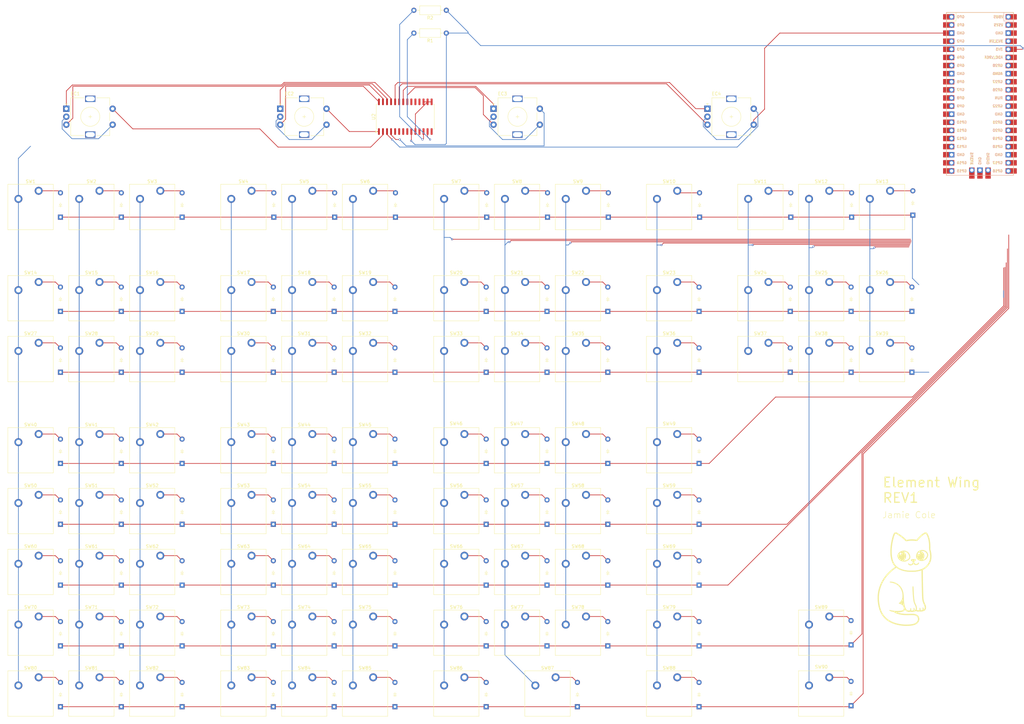
<source format=kicad_pcb>
(kicad_pcb (version 20240108) (generator "pcbnew") (generator_version "8.0")
  (layers (0 "F.Cu" signal) (31 "B.Cu" signal) (34 "B.Paste" user) (35 "F.Paste" user) (36 "B.SilkS" user "B.Silkscreen") (37 "F.SilkS" user "F.Silkscreen") (38 "B.Mask" user) (39 "F.Mask" user) (44 "Edge.Cuts" user))
  (net 0 "")
  (net 1 "Row 0")
  (net 2 "Net-(D1-A)")
  (net 3 "Net-(D2-A)")
  (net 4 "Net-(D3-A)")
  (net 5 "Net-(D4-A)")
  (net 6 "Row 1")
  (net 7 "Net-(D5-A)")
  (net 8 "Net-(D6-A)")
  (net 9 "Row 2")
  (net 10 "Net-(D7-A)")
  (net 11 "Net-(D8-A)")
  (net 12 "Net-(D9-A)")
  (net 13 "Column 0")
  (net 14 "Column 1")
  (net 15 "Column 2")
  (net 16 "Net-(D37-A)")
  (net 17 "Column 7")
  (net 18 "Net-(D16-A)")
  (net 19 "Column 3")
  (net 20 "Net-(D38-A)")
  (net 21 "Net-(D26-A)")
  (net 22 "Column 5")
  (net 23 "Column 6")
  (net 24 "Net-(D31-A)")
  (net 25 "Net-(D56-A)")
  (net 26 "Column 8")
  (net 27 "Net-(D71-A)")
  (net 28 "Net-(D63-A)")
  (net 29 "Net-(D35-A)")
  (net 30 "Net-(D81-A)")
  (net 31 "Column 11")
  (net 32 "Column 4")
  (net 33 "Net-(D61-A)")
  (net 34 "Column 9")
  (net 35 "Net-(D51-A)")
  (net 36 "Net-(D20-A)")
  (net 37 "Net-(D60-A)")
  (net 38 "Row 3")
  (net 39 "Row 4")
  (net 40 "Row 5")
  (net 41 "Row 6")
  (net 42 "Net-(D10-A)")
  (net 43 "Net-(D11-A)")
  (net 44 "Net-(D13-A)")
  (net 45 "Row 7")
  (net 46 "Net-(D14-A)")
  (net 47 "Net-(D15-A)")
  (net 48 "Net-(D17-A)")
  (net 49 "Net-(D18-A)")
  (net 50 "Net-(D19-A)")
  (net 51 "Net-(D21-A)")
  (net 52 "Net-(D22-A)")
  (net 53 "Net-(D23-A)")
  (net 54 "Net-(D24-A)")
  (net 55 "Net-(D25-A)")
  (net 56 "Net-(D27-A)")
  (net 57 "Net-(D28-A)")
  (net 58 "Net-(D29-A)")
  (net 59 "Net-(D30-A)")
  (net 60 "Net-(D32-A)")
  (net 61 "Net-(D33-A)")
  (net 62 "Net-(D34-A)")
  (net 63 "Net-(D36-A)")
  (net 64 "Net-(D39-A)")
  (net 65 "Net-(D40-A)")
  (net 66 "Net-(D41-A)")
  (net 67 "Net-(D42-A)")
  (net 68 "Net-(D43-A)")
  (net 69 "Net-(D44-A)")
  (net 70 "Net-(D45-A)")
  (net 71 "Net-(D46-A)")
  (net 72 "Net-(D47-A)")
  (net 73 "Net-(D48-A)")
  (net 74 "Net-(D49-A)")
  (net 75 "Net-(D50-A)")
  (net 76 "Net-(D52-A)")
  (net 77 "Net-(D53-A)")
  (net 78 "Net-(D54-A)")
  (net 79 "Net-(D55-A)")
  (net 80 "Net-(D57-A)")
  (net 81 "Net-(D58-A)")
  (net 82 "Net-(D59-A)")
  (net 83 "Net-(D62-A)")
  (net 84 "Net-(D64-A)")
  (net 85 "Net-(D65-A)")
  (net 86 "Net-(D66-A)")
  (net 87 "Net-(D67-A)")
  (net 88 "Net-(D68-A)")
  (net 89 "Net-(D69-A)")
  (net 90 "Net-(D70-A)")
  (net 91 "Net-(D73-A)")
  (net 92 "Net-(D74-A)")
  (net 93 "Net-(D75-A)")
  (net 94 "Net-(D76-A)")
  (net 95 "Net-(D77-A)")
  (net 96 "Net-(D78-A)")
  (net 97 "Net-(D79-A)")
  (net 98 "Net-(D80-A)")
  (net 99 "Net-(D82-A)")
  (net 100 "Net-(D83-A)")
  (net 101 "Net-(D84-A)")
  (net 102 "Net-(D85-A)")
  (net 103 "Net-(D86-A)")
  (net 104 "Net-(D87-A)")
  (net 105 "Net-(D88-A)")
  (net 106 "Column 10")
  (net 107 "Column 12")
  (net 108 "GND")
  (net 109 "3V3")
  (net 110 "Net-(D12-A)")
  (net 111 "Net-(D72-A)")
  (net 112 "Net-(D89-A)")
  (net 113 "Net-(D90-A)")
  (net 115 "MCPB0")
  (net 116 "MCPA0")
  (net 127 "MCPA1")
  (net 128 "MCPB1")
  (net 129 "MCPA2")
  (net 130 "MCPA3")
  (net 131 "MCPB2")
  (net 132 "MCPA4")
  (net 133 "MCPA5")
  (net 134 "MCPA6")
  (net 135 "MCPB3")
  (net 136 "MCPA7")
  (net 137 "SDA")
  (net 138 "SCL")
  (net 139 "MCP_RST")
  (net 142 "MCPB6")
  (net 144 "MCPB5")
  (net 146 "MCPB4")
  (net 147 "MCPB7")
  (footprint "ScottoKeebs_MX:MX_PCB_1.00u" (layer "F.Cu") (at 124.725 228.6275)
    (property "Reference" "SW27")
    (property "Value" "Delete")
  )
  (footprint "ScottoKeebs_Components:Diode_DO-35" (layer "F.Cu") (at 134.09125 280.38 90)
    (property "Reference" "D50" (hide yes))
    (property "Value" "Diode" (hide yes))
  )
  (footprint "ScottoKeebs_MX:MX_PCB_1.00u" (layer "F.Cu") (at 162.825 257.2025)
    (property "Reference" "SW42")
    (property "Value" "Record")
  )
  (footprint "ScottoKeebs_MX:MX_PCB_1.00u" (layer "F.Cu") (at 391.425 228.6275)
    (property "Reference" "SW39")
    (property "Value" "PageRight")
  )
  (footprint "ScottoKeebs_Components:Diode_DO-35" (layer "F.Cu") (at 381.74125 213.705 90)
    (property "Reference" "D25" (hide yes))
    (property "Value" "Diode" (hide yes))
  )
  (footprint "ScottoKeebs_MX:MX_PCB_1.00u" (layer "F.Cu") (at 143.775 181.0025)
    (property "Reference" "SW2")
    (property "Value" "AddressPatch")
  )
  (footprint "ScottoKeebs_Components:Diode_DO-35" (layer "F.Cu") (at 267.44125 337.53 90)
    (property "Reference" "D86" (hide yes))
    (property "Value" "Diode" (hide yes))
  )
  (footprint "ScottoKeebs_MX:MX_PCB_1.00u" (layer "F.Cu") (at 372.375 314.3525)
    (property "Reference" "SW89")
    (property "Value" "StopBack")
  )
  (footprint "ScottoKeebs_Components:Diode_DO-35" (layer "F.Cu") (at 200.76625 299.43 90)
    (property "Reference" "D63" (hide yes))
    (property "Value" "Diode" (hide yes))
  )
  (footprint "ScottoKeebs_MX:MX_PCB_1.00u" (layer "F.Cu") (at 162.825 181.0025)
    (property "Reference" "SW3")
    (property "Value" "MLControls")
  )
  (footprint "ScottoKeebs_Components:Diode_DO-35" (layer "F.Cu") (at 239.025 184.1775 90)
    (property "Reference" "D6" (hide yes))
    (property "Value" "Diode" (hide yes))
  )
  (footprint "ScottoKeebs_Components:Diode_DO-35" (layer "F.Cu") (at 200.76625 280.38 90)
    (property "Reference" "D53" (hide yes))
    (property "Value" "Diode" (hide yes))
  )
  (footprint "ScottoKeebs_Components:Diode_DO-35" (layer "F.Cu") (at 334.275 184.1775 90)
    (property "Reference" "D10" (hide yes))
    (property "Value" "Diode" (hide yes))
  )
  (footprint "ScottoKeebs_Components:Diode_DO-35" (layer "F.Cu") (at 200.76625 261.33 90)
    (property "Reference" "D43" (hide yes))
    (property "Value" "Diode" (hide yes))
  )
  (footprint "ScottoKeebs_Components:Diode_DO-35" (layer "F.Cu") (at 238.86625 318.48 90)
    (property "Reference" "D75" (hide yes))
    (property "Value" "Diode" (hide yes))
  )
  (footprint "ScottoKeebs_Components:Diode_DO-35" (layer "F.Cu") (at 286.65 184.1775 90)
    (property "Reference" "D8" (hide yes))
    (property "Value" "Diode" (hide yes))
  )
  (footprint "ScottoKeebs_Components:Diode_DO-35" (layer "F.Cu") (at 305.7 184.1775 90)
    (property "Reference" "D9" (hide yes))
    (property "Value" "Diode" (hide yes))
  )
  (footprint "ScottoKeebs_MX:MX_PCB_1.00u" (layer "F.Cu") (at 229.5 228.6275)
    (property "Reference" "SW32")
    (property "Value" "Assert")
  )
  (footprint "Resistor_THT:R_Axial_DIN0207_L6.3mm_D2.5mm_P10.16mm_Horizontal" (layer "F.Cu") (at 254.9525 126.52375 180)
    (property "Reference" "R1")
    (property "Value" "2.2k")
  )
  (footprint "ScottoKeebs_MX:MX_PCB_1.00u" (layer "F.Cu") (at 296.175 314.3525)
    (property "Reference" "SW78")
    (property "Value" "QOnlyTrack")
  )
  (footprint "ScottoKeebs_Components:Diode_DO-35" (layer "F.Cu") (at 286.49125 232.755 90)
    (property "Reference" "D34" (hide yes))
    (property "Value" "Diode" (hide yes))
  )
  (footprint "ScottoKeebs_Components:Diode_DO-35" (layer "F.Cu") (at 362.69125 213.705 90)
    (property "Reference" "D24" (hide yes))
    (property "Value" "Diode" (hide yes))
  )
  (footprint "ScottoKeebs_MX:MX_PCB_1.00u" (layer "F.Cu") (at 324.75 333.4025)
    (property "Reference" "SW88")
    (property "Value" "Next")
  )
  (footprint "ScottoKeebs_Components:Diode_DO-35" (layer "F.Cu") (at 362.85 184.1775 90)
    (property "Reference" "D11" (hide yes))
    (property "Value" "Diode" (hide yes))
  )
  (footprint "ScottoKeebs_Components:Diode_DO-35" (layer "F.Cu") (at 267.44125 318.48 90)
    (property "Reference" "D76" (hide yes))
    (property "Value" "Diode" (hide yes))
  )
  (footprint "ScottoKeebs_Components:Diode_DO-35" (layer "F.Cu") (at 381.74125 232.755 90)
    (property "Reference" "D38" (hide yes))
    (property "Value" "Diode" (hide yes))
  )
  (footprint "ScottoKeebs_MX:MX_PCB_1.00u" (layer "F.Cu") (at 258.075 209.5775)
    (property "Reference" "SW20")
    (property "Value" "LabelNote")
  )
  (footprint "ScottoKeebs_MX:MX_PCB_1.00u" (layer "F.Cu") (at 143.775 333.4025)
    (property "Reference" "SW81")
    (property "Value" "Delay")
  )
  (footprint "ScottoKeebs_Components:Diode_DO-35" (layer "F.Cu") (at 219.81625 280.38 90)
    (property "Reference" "D54" (hide yes))
    (property "Value" "Diode" (hide yes))
  )
  (footprint "ScottoKeebs_Components:Diode_DO-35" (layer "F.Cu") (at 305.54125 232.755 90)
    (property "Reference" "D35" (hide yes))
    (property "Value" "Diode" (hide yes))
  )
  (footprint "ScottoKeebs_Components:Diode_DO-35" (layer "F.Cu") (at 305.54125 280.38 90)
    (property "Reference" "D58" (hide yes))
    (property "Value" "Diode" (hide yes))
  )
  (footprint "ScottoKeebs_Components:Diode_DO-35" (layer "F.Cu") (at 381.725 318.1625 90)
    (property "Reference" "D89" (hide yes))
    (property "Value" "Diode" (hide yes))
  )
  (footprint "ScottoKeebs_Components:Diode_DO-35" (layer "F.Cu") (at 334.11625 337.53 90)
    (property "Reference" "D88" (hide yes))
    (property "Value" "Diode" (hide yes))
  )
  (footprint "ScottoKeebs_Components:Diode_DO-35" (layer "F.Cu") (at 238.86625 299.43 90)
    (property "Reference" "D65" (hide yes))
    (property "Value" "Diode" (hide yes))
  )
  (footprint "ScottoKeebs_Components:Diode_DO-35" (layer "F.Cu") (at 238.86625 213.705 90)
    (property "Reference" "D19" (hide yes))
    (property "Value" "Diode" (hide yes))
  )
  (footprint "ScottoKeebs_MX:MX_PCB_1.00u" (layer "F.Cu") (at 143.775 257.2025)
    (property "Reference" "SW41")
    (property "Value" "Cue")
  )
  (footprint "ScottoKeebs_MX:MX_PCB_1.00u" (layer "F.Cu") (at 229.5 209.5775)
    (property "Reference" "SW19")
    (property "Value" "RecallFrom")
  )
  (footprint "ScottoKeebs_MX:MX_PCB_1.00u" (layer "F.Cu") (at 324.75 276.2525)
    (property "Reference" "SW59")
    (property "Value" "SelectManual")
  )
  (footprint "ScottoKeebs_Components:Diode_DO-35" (layer "F.Cu") (at 153.14125 318.48 90)
    (property "Reference" "D71" (hide yes))
    (property "Value" "Diode" (hide yes))
  )
  (footprint "ScottoKeebs_Components:Diode_DO-35" (layer "F.Cu") (at 219.81625 299.43 90)
    (property "Reference" "D64" (hide yes))
    (property "Value" "Diode" (hide yes))
  )
  (footprint "ScottoKeebs_MX:MX_PCB_1.00u" (layer "F.Cu") (at 296.175 228.6275)
    (property "Reference" "SW35")
    (property "Value" "Fan")
  )
  (footprint "ScottoKeebs_MX:MX_PCB_1.00u" (layer "F.Cu") (at 124.725 295.3025)
    (property "Reference" "SW60")
    (property "Value" "ColorPalette")
  )
  (footprint "ScottoKeebs_MX:MX_PCB_1.00u" (layer "F.Cu") (at 296.175 181.0025)
    (property "Reference" "SW9")
    (property "Value" "S6")
  )
  (footprint "ScottoKeebs_MX:MX_PCB_1.00u" (layer "F.Cu") (at 210.45 314.3525)
    (property "Reference" "SW74")
    (property "Value" "num2")
  )
  (footprint "ScottoKeebs_Components:Diode_DO-35" (layer "F.Cu") (at 362.69125 232.755 90)
    (property "Reference" "D37" (hide yes))
    (property "Value" "Diode" (hide yes))
  )
  (footprint "ScottoKeebs_Components:Diode_DO-35" (layer "F.Cu") (at 267.44125 232.755 90)
    (property "Reference" "D33" (hide yes))
    (property "Value" "Diode" (hide yes))
  )
  (footprint "ScottoKeebs_Components:Diode_DO-35" (layer "F.Cu") (at 381.9 184.1775 90)
    (property "Reference" "D12" (hide yes))
    (property "Value" "Diode" (hide yes))
  )
  (footprint "ScottoKeebs_MX:MX_PCB_1.00u" (layer "F.Cu") (at 191.4 181.0025)
    (property "Reference" "SW4")
    (property "Value" "S1")
  )
  (footprint "ScottoKeebs_Components:Diode_DO-35" (layer "F.Cu") (at 305.54125 213.705 90)
    (property "Reference" "D22" (hide yes))
    (property "Value" "Diode" (hide yes))
  )
  (footprint "ScottoKeebs_Components:Diode_DO-35" (layer "F.Cu") (at 153.14125 280.38 90)
    (property "Reference" "D51" (hide yes))
    (property "Value" "Diode" (hide yes))
  )
  (footprint "ScottoKeebs_Components:Diode_DO-35" (layer "F.Cu") (at 267.44125 213.705 90)
    (property "Reference" "D20" (hide yes))
    (property "Value" "Diode" (hide yes))
  )
  (footprint "ScottoKeebs_MX:MX_PCB_1.00u" (layer "F.Cu") (at 191.4 257.2025)
    (property "Reference" "SW43")
    (property "Value" "+")
  )
  (footprint "ScottoKeebs_Components:Diode_DO-35" (layer "F.Cu") (at 153.14125 299.43 90)
    (property "Reference" "D61" (hide yes))
    (property "Value" "Diode" (hide yes))
  )
  (footprint "ScottoKeebs_Components:Diode_DO-35" (layer "F.Cu") (at 153.14125 232.755 90)
    (property "Reference" "D28" (hide yes))
    (property "Value" "Diode" (hide yes))
  )
  (footprint "ScottoKeebs_Components:Diode_DO-35" (layer "F.Cu") (at 200.76625 337.53 90)
    (property "Reference" "D83" (hide yes))
    (property "Value" "Diode" (hide yes))
  )
  (footprint "ScottoKeebs_Components:Diode_DO-35" (layer "F.Cu") (at 172.19125 299.43 90)
    (property "Reference" "D62" (hide yes))
    (property "Value" "Diode" (hide yes))
  )
  (footprint "ScottoKeebs_Components:Diode_DO-35" (layer "F.Cu") (at 286.49125 280.38 90)
    (property "Reference" "D57" (hide yes))
    (property "Value" "Diode" (hide yes))
  )
  (footprint "ScottoKeebs_Components:Diode_DO-35" (layer "F.Cu") (at 400.79125 213.705 90)
    (property "Reference" "D26" (hide yes))
    (property "Value" "Diode" (hide yes))
  )
  (footprint "ScottoKeebs_Components:Diode_DO-35" (layer "F.Cu") (at 267.44125 299.43 90)
    (property "Reference" "D66" (hide yes))
    (property "Value" "Diode" (hide yes))
  )
  (footprint "ScottoKeebs_MX:MX_PCB_1.00u" (layer "F.Cu") (at 143.775 295.3025)
    (property "Reference" "SW61")
    (property "Value" "BeamPalette")
  )
  (footprint "ScottoKeebs_Components:Diode_DO-35" (layer "F.Cu") (at 400.79125 232.755 90)
    (property "Reference" "D39" (hide yes))
    (property "Value" "Diode" (hide yes))
  )
  (footprint "ScottoKeebs_Components:Diode_DO-35" (layer "F.Cu") (at 267.44125 261.33 90)
    (property "Reference" "D46" (hide yes))
    (property "Value" "Diode" (hide yes))
  )
  (footprint "ScottoKeebs_Components:Diode_DO-35" (layer "F.Cu") (at 153.14125 184.1775 90)
    (property "Reference" "D2" (hide yes))
    (property "Value" "Diode" (hide yes))
  )
  (footprint "ScottoKeebs_Components:Diode_DO-35" (layer "F.Cu") (at 134.09125 318.48 90)
    (property "Reference" "D70" (hide yes))
    (property "Value" "Diode" (hide yes))
  )
  (footprint "ScottoKeebs_MX:MX_PCB_1.00u" (layer "F.Cu") (at 324.75 257.2025)
    (property "Reference" "SW49")
    (property "Value" "SelectLast")
  )
  (footprint "ScottoKeebs_MX:MX_PCB_1.00u" (layer "F.Cu") (at 191.4 228.6275)
    (property "Reference" "SW30")
    (property "Value" "GoToCue")
  )
  (footprint "ScottoKeebs_Components:Diode_DO-35" (layer "F.Cu") (at 134.09125 213.705 90)
    (property "Reference" "D14" (hide yes))
    (property "Value" "Diode" (hide yes))
  )
  (footprint "ScottoKeebs_MX:MX_PCB_1.00u" (layer "F.Cu") (at 191.4 314.3525)
    (property "Reference" "SW73")
    (property "Value" "num1")
  )
  (footprint "ScottoKeebs_MX:MX_PCB_1.00u" (layer "F.Cu") (at 229.5 257.2025)
    (property "Reference" "SW45")
    (property "Value" "-" (hide yes))
  )
  (footprint "ScottoKeebs_MX:MX_PCB_1.00u" (layer "F.Cu") (at 210.45 181.0025)
    (property "Reference" "SW5")
    (property "Value" "S2")
  )
  (footprint "ScottoKeebs_MX:MX_PCB_1.00u" (layer "F.Cu") (at 124.725 314.3525)
    (property "Reference" "SW70")
    (property "Value" "Preset")
  )
  (footprint "ScottoKeebs_MCU:Raspberry_Pi_Pico" (layer "F.Cu") (at 422.10125 145.57375)
    (property "Reference" "U1" (hide yes))
    (property "Value" "Raspberry_Pi_Pico" (hide yes))
  )
  (footprint "ScottoKeebs_MX:MX_PCB_1.00u" (layer "F.Cu") (at 391.425 181.0025)
    (property "Reference" "SW13")
    (property "Value" "ScrollLock")
  )
  (footprint "ScottoKeebs_Components:Diode_DO-35" (layer "F.Cu") (at 219.81625 318.48 90)
    (property "Reference" "D74" (hide yes))
    (property "Value" "Diode" (hide yes))
  )
  (footprint "ScottoKeebs_Components:Diode_DO-35" (layer "F.Cu") (at 172.19125 261.33 90)
    (property "Reference" "D42" (hide yes))
    (property "Value" "Diode" (hide yes))
  )
  (footprint "ScottoKeebs_MX:MX_PCB_1.00u" (layer "F.Cu") (at 277.125 314.3525)
    (property "Reference" "SW77")
    (property "Value" "Level")
  )
  (footprint "ScottoKeebs_Components:Diode_DO-35" (layer "F.Cu") (at 286.49125 213.705 90)
    (property "Reference" "D21" (hide yes))
    (property "Value" "Diode" (hide yes))
  )
  (footprint "ScottoKeebs_Components:Diode_DO-35" (layer "F.Cu") (at 381.725 337.2125 90)
    (property "Reference" "D90" (hide yes))
    (property "Value" "Diode" (hide yes))
  )
  (footprint "ScottoKeebs_MX:MX_PCB_1.00u" (layer "F.Cu") (at 286.65 333.4025)
    (property "Reference" "SW87")
    (property "Value" "Enter")
  )
  (footprint "Rotary_Encoder:RotaryEncoder_Alps_EC11E-Switch_Vertical_H20mm" (layer "F.Cu") (at 269.74125 150.2175)
    (property "Reference" "EC3")
    (property "Value" "RotaryEncoder_Switch")
  )
  (footprint "ScottoKeebs_Components:Diode_DO-35" (layer "F.Cu") (at 153.14125 261.33 90)
    (property "Reference" "D41" (hide yes))
    (property "Value" "Diode" (hide yes))
  )
  (footprint "Resistor_THT:R_Axial_DIN0207_L6.3mm_D2.5mm_P10.16mm_Horizontal" (layer "F.Cu") (at 254.9525 119.38 180)
    (property "Reference" "R2")
    (property "Value" "2.2k")
  )
  (footprint "ScottoKeebs_MX:MX_PCB_1.00u" (layer "F.Cu") (at 258.075 295.3025)
    (property "Reference" "SW66")
    (property "Value" "Out")
  )
  (footprint "ScottoKeebs_Components:Diode_DO-35" (layer "F.Cu") (at 334.11625 280.38 90)
    (property "Reference" "D59" (hide yes))
    (property "Value" "Diode" (hide yes))
  )
  (footprint "Rotary_Encoder:RotaryEncoder_Alps_EC11E-Switch_Vertical_H20mm" (layer "F.Cu") (at 135.925 150.2175)
    (property "Reference" "EC1")
    (property "Value" "RotaryEncoder_Switch")
  )
  (footprint "ScottoKeebs_Components:Diode_DO-35" (layer "F.Cu") (at 286.49125 318.48 90)
    (property "Reference" "D77" (hide yes))
    (property "Value" "Diode" (hide yes))
  )
  (footprint "ScottoKeebs_Components:Diode_DO-35" (layer "F.Cu") (at 134.09125 261.33 90)
    (property "Reference" "D40" (hide yes))
    (property "Value" "Diode" (hide yes))
  )
  (footprint "ScottoKeebs_MX:MX_PCB_1.00u" (layer "F.Cu") (at 372.375 209.5775)
    (property "Reference" "SW25")
    (property "Value" "PageUp")
  )
  (footprint "ScottoKeebs_MX:MX_PCB_1.00u" (layer "F.Cu") (at 229.5 181.0025)
    (property "Reference" "SW6")
    (property "Value" "S3")
  )
  (footprint "ScottoKeebs_MX:MX_PCB_1.00u" (layer "F.Cu") (at 191.4 333.4025)
    (property "Reference" "SW83")
    (property "Value" "clear")
  )
  (footprint "LOGO" (layer "F.Cu") (at 398.56875 297.68375)
    (property "Reference" "G***" (hide yes))
    (property "Value" "LOGO" (hide yes))
  )
  (footprint "ScottoKeebs_MX:MX_PCB_1.00u" (layer "F.Cu") (at 258.075 228.6275)
    (property "Reference" "SW33")
    (property "Value" "Undo")
  )
  (footprint "ScottoKeebs_Components:Diode_DO-35" (layer "F.Cu") (at 305.54125 299.43 90)
    (property "Reference" "D68" (hide yes))
    (property "Value" "Diode" (hide yes))
  )
  (footprint "ScottoKeebs_MX:MX_PCB_1.00u" (layer "F.Cu") (at 277.125 181.0025)
    (property "Reference" "SW8")
    (property "Value" "S5")
  )
  (footprint "ScottoKeebs_MX:MX_PCB_1.00u" (layer "F.Cu") (at 296.175 209.5775)
    (property "Reference" "SW22")
    (property "Value" "About")
  )
  (footprint "ScottoKeebs_MX:MX_PCB_1.00u" (layer "F.Cu") (at 277.125 209.5775)
    (property "Reference" "SW21")
    (property "Value" "EmptyMacro")
  )
  (footprint "ScottoKeebs_MX:MX_PCB_1.00u" (layer "F.Cu") (at 124.725 209.5775)
    (property "Reference" "SW14")
    (property "Value" "Macro")
  )
  (footprint "ScottoKeebs_MX:MX_PCB_1.00u" (layer "F.Cu") (at 162.825 228.6275)
    (property "Reference" "SW29")
    (property "Value" "Effect")
  )
  (footprint "ScottoKeebs_MX:MX_PCB_1.00u" (layer "F.Cu") (at 372.375 228.6275)
    (property "Reference" "SW38")
    (property "Value" "PageDown")
  )
  (footprint "ScottoKeebs_Components:Diode_DO-35" (layer "F.Cu") (at 296.01625 337.53 90)
    (property "Reference" "D87" (hide yes))
    (property "Value" "Diode" (hide yes))
  )
  (footprint "ScottoKeebs_MX:MX_PCB_1.00u" (layer "F.Cu") (at 324.75 314.3525)
    (property "Reference" "SW79")
    (property "Value" "Last")
  )
  (footprint "ScottoKeebs_MX:MX_PCB_1.00u" (layer "F.Cu") (at 324.75 209.5775)
    (property "Reference" "SW23")
    (property "Value" "Park")
  )
  (footprint "ScottoKeebs_Components:Diode_DO-35" (layer "F.Cu") (at 305.54125 261.33 90)
    (property "Reference" "D48" (hide yes))
    (property "Value" "Diode" (hide yes))
  )
  (footprint "ScottoKeebs_Components:Diode_DO-35" (layer "F.Cu") (at 238.86625 337.53 90)
    (property "Reference" "D85" (hide yes))
    (property "Value" "Diode" (hide yes))
  )
  (footprint "ScottoKeebs_Components:Diode_DO-35" (layer "F.Cu") (at 219.81625 261.33 90)
    (property "Reference" "D44" (hide yes))
    (property "Value" "Diode" (hide yes))
  )
  (footprint "ScottoKeebs_MX:MX_PCB_1.00u" (layer "F.Cu") (at 162.825 276.2525)
    (property "Reference" "SW52")
    (property "Value" "RecordOnly")
  )
  (footprint "ScottoKeebs_MX:MX_PCB_1.00u" (layer "F.Cu") (at 143.775 228.6275)
    (property "Reference" "SW28")
    (property "Value" "Path")
  )
  (footprint "ScottoKeebs_MX:MX_PCB_1.00u" (layer "F.Cu") (at 162.825 209.5775)
    (property "Reference" "SW16")
    (property "Value" "Learn")
  )
  (footprint "ScottoKeebs_Components:Diode_DO-35" (layer "F.Cu") (at 172.19125 232.755 90)
    (property "Reference" "D29" (hide yes))
    (property "Value" "Diode" (hide yes))
  )
  (footprint "ScottoKeebs_Components:Diode_DO-35" (layer "F.Cu") (at 334.11625 232.755 90)
    (property "Reference" "D36" (hide yes))
    (property "Value" "Diode" (hide yes))
  )
  (footprint "ScottoKeebs_MX:MX_PCB_1.00u" (layer "F.Cu") (at 324.75 228.6275)
    (property "Reference" "SW36")
    (property "Value" "Capture")
  )
  (footprint "ScottoKeebs_Components:Diode_DO-35" (layer "F.Cu") (at 219.81625 213.705 90)
    (property "Reference" "D18" (hide yes))
    (property "Value" "Diode" (hide yes))
  )
  (footprint "ScottoKeebs_MX:MX_PCB_1.00u" (layer "F.Cu") (at 143.775 276.2525)
    (property "Reference" "SW51")
    (property "Value" "FocusPalette")
  )
  (footprint "ScottoKeebs_MX:MX_PCB_1.00u" (layer "F.Cu") (at 210.45 228.6275)
    (property "Reference" "SW31")
    (property "Value" "Block")
  )
  (footprint "ScottoKeebs_MX:MX_PCB_1.00u" (layer "F.Cu") (at 124.725 181.0025)
    (property "Reference" "SW1")
    (property "Value" "Displays")
  )
  (footprint "ScottoKeebs_MX:MX_PCB_1.00u" (layer "F.Cu") (at 124.725 257.2025)
    (property "Reference" "SW40")
    (property "Value" "Part")
  )
  (footprint "ScottoKeebs_Components:Diode_DO-35" (layer "F.Cu") (at 134.09125 337.53 90)
    (property "Reference" "D80" (hide yes))
    (property "Value" "Diode" (hide yes))
  )
  (footprint "ScottoKeebs_Components:Diode_DO-35" (layer "F.Cu") (at 219.81625 337.53 90)
    (property "Reference" "D84" (hide yes))
    (property "Value" "Diode" (hide yes))
  )
  (footprint "ScottoKeebs_MX:MX_PCB_1.00u" (layer "F.Cu") (at 391.425 209.5775)
    (property "Reference" "SW26")
    (property "Value" "Select")
  )
  (footprint "ScottoKeebs_MX:MX_PCB_1.00u" (layer "F.Cu") (at 258.075 314.3525)
    (property "Reference" "SW76")
    (property "Value" "Full")
  )
  (footprint "ScottoKeebs_MX:MX_PCB_1.00u" (layer "F.Cu") (at 229.5 314.3525)
    (property "Reference" "SW75")
    (property "Value" "num3")
  )
  (footprint "ScottoKeebs_MX:MX_PCB_1.00u" (layer "F.Cu") (at 210.45 257.2025)
    (property "Reference" "SW44")
    (property "Value" "Thru")
  )
  (footprint "ScottoKeebs_MX:MX_PCB_1.00u" (layer "F.Cu") (at 210.45 209.5775)
    (property "Reference" "SW18")
    (property "Value" "CopyTo")
  )
  (footprint "Rotary_Encoder:RotaryEncoder_Alps_EC11E-Switch_Vertical_H20mm" (layer "F.Cu") (at 202.925 150.2175)
    (property "Reference" "EC2")
    (property "Value" "RotaryEncoder_Switch")
  )
  (footprint "ScottoKeebs_Components:Diode_DO-35" (layer "F.Cu") (at 334.11625 299.43 90)
    (property "Reference" "D69" (hide yes))
    (property "Value" "Diode" (hide yes))
  )
  (footprint "ScottoKeebs_MX:MX_PCB_1.00u" (layer "F.Cu") (at 162.825 314.3525)
    (property "Reference" "SW72")
    (property "Value" "Group")
  )
  (footprint "ScottoKeebs_Components:Diode_DO-35" (layer "F.Cu") (at 286.49125 299.43 90)
    (property "Reference" "D67" (hide yes))
    (property "Value" "Diode" (hide yes))
  )
  (footprint "ScottoKeebs_MX:MX_PCB_1.00u" (layer "F.Cu") (at 372.375 333.4025)
    (property "Reference" "SW90")
    (property "Value" "Go")
  )
  (footprint "ScottoKeebs_Components:Diode_DO-35" (layer "F.Cu") (at 172.19125 337.53 90)
    (property "Reference" "D82" (hide yes))
    (property "Value" "Diode" (hide yes))
  )
  (footprint "Package_SO:SOIC-28W_7.5x17.9mm_P1.27mm" (layer "F.Cu") (at 242.09375 152.7175 90)
    (property "Reference" "U2")
    (property "Value" "MCP23017_SO")
  )
  (footprint "ScottoKeebs_Components:Diode_DO-35" (layer "F.Cu") (at 219.975 184.1775 90)
    (property "Reference" "D5" (hide yes))
    (property "Value" "Diode" (hide yes))
  )
  (footprint "ScottoKeebs_Components:Diode_DO-35" (layer "F.Cu") (at 238.86625 261.33 90)
    (property "Reference" "D45" (hide yes))
    (property "Value" "Diode" (hide yes))
  )
  (footprint "ScottoKeebs_MX:MX_PCB_1.00u" (layer "F.Cu") (at 296.175 276.2525)
    (property "Reference" "SW58")
    (property "Value" "Home")
  )
  (footprint "ScottoKeebs_MX:MX_PCB_1.00u" (layer "F.Cu") (at 258.075 257.2025)
    (property "Reference" "SW46")
    (property "Value" "/" (hide yes))
  )
  (footprint "ScottoKeebs_MX:MX_PCB_1.00u" (layer "F.Cu") (at 124.725 276.2525)
    (property "Reference" "SW50")
    (property "Value" "IntensityPalette")
  )
  (footprint "ScottoKeebs_MX:MX_PCB_1.00u" (layer "F.Cu") (at 258.075 181.0025)
    (property "Reference" "SW7")
    (property "Value" "S4")
  )
  (footprint "ScottoKeebs_Components:Diode_DO-35" (layer "F.Cu") (at 267.6 184.1775 90)
    (property "Reference" "D7" (hide yes))
    (property "Value" "Diode" (hide yes))
  )
  (footprint "ScottoKeebs_MX:MX_PCB_1.00u" (layer "F.Cu") (at 229.5 276.2525)
    (property "Reference" "SW55")
    (property "Value" "num9")
  )
  (footprint "ScottoKeebs_MX:MX_PCB_1.00u" (layer "F.Cu") (at 229.5 333.4025)
    (property "Reference" "SW85")
    (property "Value" "num.")
  )
  (footprint "ScottoKeebs_Components:Diode_DO-35" (layer "F.Cu") (at 305.54125 318.48 90)
    (property "Reference" "D78" (hide yes))
    (property "Value" "Diode" (hide yes))
  )
  (footprint "ScottoKeebs_MX:MX_PCB_1.00u" (layer "F.Cu") (at 353.325 228.6275)
    (property "Reference" "SW37")
    (property "Value" "PageLeft")
  )
  (footprint "ScottoKeebs_Components:Diode_DO-35" (layer "F.Cu") (at 200.925 184.1775 90)
    (property "Reference" "D4" (hide yes))
    (property "Value" "Diode" (hide yes))
  )
  (footprint "ScottoKeebs_Components:Diode_DO-35" (layer "F.Cu") (at 267.44125 280.38 90)
    (property "Reference" "D56" (hide yes))
    (property "Value" "Diode" (hide yes))
  )
  (footprint "ScottoKeebs_Components:Diode_DO-35" (layer "F.Cu") (at 238.86625 280.38 90)
    (property "Reference" "D55" (hide yes))
    (property "Value" "Diode" (hide yes))
  )
  (footprint "ScottoKeebs_Components:Diode_DO-35" (layer "F.Cu") (at 172.19125 213.705 90)
    (property "Reference" "D16" (hide yes))
    (property "Value" "Diode" (hide yes))
  )
  (footprint "ScottoKeebs_Components:Diode_DO-35" (layer "F.Cu") (at 219.81625 232.755 90)
    (property "Reference" "D31" (hide yes))
    (property "Value" "Diode" (hide yes))
  )
  (footprint "Rotary_Encoder:RotaryEncoder_Alps_EC11E-Switch_Vertical_H20mm" (layer "F.Cu") (at 336.74125 150.2175)
    (property "Reference" "EC4")
    (property "Value" "RotaryEncoder_Switch")
  )
  (footprint "ScottoKeebs_MX:MX_PCB_1.00u" (layer "F.Cu") (at 191.4 295.3025)
    (property "Reference" "SW63")
    (property "Value" "num4")
  )
  (footprint "ScottoKeebs_Components:Diode_DO-35" (layer "F.Cu") (at 334.11625 213.705 90)
    (property "Reference" "D23" (hide yes))
    (property "Value" "Diode" (hide yes))
  )
  (footprint "ScottoKeebs_MX:MX_PCB_1.00u" (layer "F.Cu") (at 296.175 295.3025)
    (property "Reference" "SW68")
    (property "Value" "Trace")
  )
  (footprint "ScottoKeebs_MX:MX_PCB_1.00u" (layer "F.Cu") (at 258.075 276.2525)
    (property "Reference" "SW56")
    (property "Value" "RemDim")
  )
  (footprint "ScottoKeebs_MX:MX_PCB_1.00u" (layer "F.Cu") (at 162.825 295.3025)
    (property "Reference" "SW62")
    (property "Value" "Update")
  )
  (footprint "ScottoKeebs_MX:MX_PCB_1.00u" (layer "F.Cu") (at 353.325 209.5775)
    (property "Reference" "SW24")
    (property "Value" "Escape")
  )
  (footprint "ScottoKeebs_MX:MX_PCB_1.00u" (layer "F.Cu") (at 162.825 333.4025)
    (property "Reference" "SW82")
    (property "Value" "Time")
  )
  (footprint "ScottoKeebs_MX:MX_PCB_1.00u" (layer "F.Cu") (at 277.125 257.2025)
    (property "Reference" "SW47")
    (property "Value" "Mark")
  )
  (footprint "ScottoKeebs_Components:Diode_DO-35" (layer "F.Cu") (at 153.14125 213.705 90)
    (property "Reference" "D15" (hide yes))
    (property "Value" "Diode" (hide yes))
  )
  (footprint "ScottoKeebs_Components:Diode_DO-35" (layer "F.Cu") (at 200.76625 232.755 90)
    (property "Reference" "D30" (hide yes))
    (property "Value" "Diode" (hide yes))
  )
  (footprint "ScottoKeebs_MX:MX_PCB_1.00u" (layer "F.Cu") (at 324.75 181.0025)
    (property "Reference" "SW10")
    (property "Value" "MoreSK")
  )
  (footprint "ScottoKeebs_Components:Diode_DO-35" (layer "F.Cu") (at 200.76625 318.48 90)
    (property "Reference" "D73" (hide yes))
    (property "Value" "Diode" (hide yes))
  )
  (footprint "ScottoKeebs_Components:Diode_DO-35" (layer "F.Cu") (at 334.11625 318.48 90)
    (property "Reference" "D79" (hide yes))
    (property "Value" "Diode" (hide yes))
  )
  (footprint "ScottoKeebs_MX:MX_PCB_1.00u" (layer "F.Cu") (at 143.775 209.5775)
    (property "Reference" "SW15")
    (property "Value" "Help")
  )
  (footprint "ScottoKeebs_Components:Diode_DO-35" (layer "F.Cu") (at 172.19125 318.48 90)
    (property "Reference" "D72" (hide yes))
    (property "Value" "Diode" (hide yes))
  )
  (footprint "ScottoKeebs_MX:MX_PCB_1.00u" (layer "F.Cu") (at 277.125 295.3025)
    (property "Reference" "SW67")
    (property "Value" "-%")
  )
  (footprint "ScottoKeebs_MX:MX_PCB_1.00u" (layer "F.Cu") (at 258.075 333.4025)
    (property "Reference" "SW86")
    (property "Value" "At")
  )
  (footprint "ScottoKeebs_Components:Diode_DO-35" (layer "F.Cu") (at 401.075644 183.552547 90)
    (property "Reference" "D13" (hide yes))
    (property "Value" "Diode" (hide yes))
  )
  (footprint "ScottoKeebs_MX:MX_PCB_1.00u" (layer "F.Cu") (at 296.175 257.2025)
    (property "Reference" "SW48")
    (property "Value" "Sneak")
  )
  (footprint "ScottoKeebs_MX:MX_PCB_1.00u" (layer "F.Cu") (at 353.325 181.0025)
    (property "Reference" "SW11")
    (property "Value" "Live")
  )
  (footprint "ScottoKeebs_MX:MX_PCB_1.00u" (layer "F.Cu") (at 324.75 295.3025)
    (property "Reference" "SW69")
    (property "Value" "SelectActive")
  )
  (footprint "ScottoKeebs_MX:MX_PCB_1.00u" (layer "F.Cu") (at 191.4 209.5775)
    (property "Reference" "SW17")
    (property "Value" "Query")
  )
  (footprint "ScottoKeebs_MX:MX_PCB_1.00u" (layer "F.Cu") (at 277.125 276.2525)
    (property "Reference" "SW57")
    (property "Value" "+%")
  )
  (footprint "ScottoKeebs_Components:Diode_DO-35" (layer "F.Cu") (at 134.09125 299.43 90)
    (property "Reference" "D60" (hide yes))
    (property "Value" "Diode" (hide yes))
  )
  (footprint "ScottoKeebs_MX:MX_PCB_1.00u" (layer "F.Cu") (at 143.775 314.3525)
    (property "Reference" "SW71")
    (property "Value" "Sub")
  )
  (footprint "ScottoKeebs_Components:Diode_DO-35" (layer "F.Cu") (at 134.09125 184.1775 90)
    (property "Reference" "D1" (hide yes))
    (property "Value" "Diode" (hide yes))
  )
  (footprint "ScottoKeebs_Components:Diode_DO-35" (layer "F.Cu") (at 134.09125 232.755 90)
    (property "Reference" "D27" (hide yes))
    (property "Value" "Diode" (hide yes))
  )
  (footprint "ScottoKeebs_MX:MX_PCB_1.00u" (layer "F.Cu") (at 210.45 333.4025)
    (property "Reference" "SW84")
    (property "Value" "num0")
  )
  (footprint "ScottoKeebs_Components:Diode_DO-35" (layer "F.Cu") (at 172.19125 280.38 90)
    (property "Reference" "D52" (hide yes))
    (property "Value" "Diode" (hide yes))
  )
  (footprint "ScottoKeebs_Components:Diode_DO-35" (layer "F.Cu") (at 238.86625 232.755 90)
    (property "Reference" "D32" (hide yes))
    (property "Value" "Diode" (hide yes))
  )
  (footprint "ScottoKeebs_MX:MX_PCB_1.00u" (layer "F.Cu") (at 372.375 181.0025)
    (property "Reference" "SW12")
    (property "Value" "Blind")
  )
  (footprint "ScottoKeebs_MX:MX_PCB_1.00u" (layer "F.Cu") (at 191.4 276.2525)
    (property "Reference" "SW53")
    (property "Value" "num7")
  )
  (footprint "ScottoKeebs_MX:MX_PCB_1.00u" (layer "F.Cu") (at 124.725 333.4025)
    (property "Reference" "SW80")
    (property "Value" "Shift")
  )
  (footprint "ScottoKeebs_MX:MX_PCB_1.00u" (layer "F.Cu") (at 229.5 295.3025)
    (property "Reference" "SW65")
    (property "Value" "num6")
  )
  (footprint "ScottoKeebs_MX:MX_PCB_1.00u" (layer "F.Cu") (at 210.45 276.2525)
    (property "Reference" "SW54")
    (property "Value" "num8")
  )
  (footprint "ScottoKeebs_Components:Diode_DO-35" (layer "F.Cu") (at 286.49125 261.33 90)
    (property "Reference" "D47" (hide yes))
    (property "Value" "Diode" (hide yes))
  )
  (footprint "ScottoKeebs_Components:Diode_DO-35" (layer "F.Cu") (at 200.76625 213.705 90)
    (property "Reference" "D17" (hide yes))
    (property "Value" "Diode" (hide yes))
  )
  (footprint "ScottoKeebs_Components:Diode_DO-35" (layer "F.Cu") (at 334.11625 261.33 90)
    (property "Reference" "D49" (hide yes))
    (property "Value" "Diode" (hide yes))
  )
  (footprint "ScottoKeebs_Components:Diode_DO-35" (layer "F.Cu") (at 153.14125 337.53 90)
    (property "Reference" "D81" (hide yes))
    (property "Value" "Diode" (hide yes))
  )
  (footprint "ScottoKeebs_MX:MX_PCB_1.00u" (layer "F.Cu") (at 210.45 295.3025)
    (property "Reference" "SW64")
    (property "Value" "num5")
  )
  (footprint "ScottoKeebs_Components:Diode_DO-35" (layer "F.Cu") (at 172.19125 184.1775 90)
    (property "Reference" "D3" (hide yes))
    (property "Value" "Diode" (hide yes))
  )
  (footprint "ScottoKeebs_MX:MX_PCB_1.00u" (layer "F.Cu") (at 277.125 228.6275)
    (property "Reference" "SW34")
    (property "Value" "High")
  )
  (gr_text "Element Wing\nREV1" (at 391.425 273.87125 0) (layer "F.SilkS") (effects (font (size 3 3) (thickness 0.4) (bold yes)) (justify left bottom)))
  (gr_text "Jamie Cole" (at 391.425 278.63375 0) (layer "F.SilkS") (effects (font (size 2 2)) (justify left bottom)))
  (segment (start 401.075644 183.552547) (end 382.524953 183.552547) (width 0.2) (layer "F.Cu") (net 1))
  (segment (start 382.524953 183.552547) (end 381.9 184.1775) (width 0.2) (layer "F.Cu") (net 1))
  (segment (start 381.9 184.1775) (end 134.09125 184.1775) (width 0.2) (layer "F.Cu") (net 1))
  (segment (start 400.95 184.1775) (end 400.95 203.334449) (width 0.2) (layer "B.Cu") (net 1))
  (segment (start 400.95 203.334449) (end 402.985505 205.369954) (width 0.2) (layer "B.Cu") (net 1))
  (segment (start 127.265 175.9225) (end 133.45625 175.9225) (width 0.2) (layer "F.Cu") (net 2))
  (segment (start 133.45625 175.9225) (end 134.09125 176.5575) (width 0.2) (layer "F.Cu") (net 2))
  (segment (start 146.315 175.9225) (end 152.50625 175.9225) (width 0.2) (layer "F.Cu") (net 3))
  (segment (start 152.50625 175.9225) (end 153.14125 176.5575) (width 0.2) (layer "F.Cu") (net 3))
  (segment (start 165.365 175.9225) (end 171.55625 175.9225) (width 0.2) (layer "F.Cu") (net 4))
  (segment (start 171.55625 175.9225) (end 172.19125 176.5575) (width 0.2) (layer "F.Cu") (net 4))
  (segment (start 193.94 175.9225) (end 200.29 175.9225) (width 0.2) (layer "F.Cu") (net 5))
  (segment (start 200.29 175.9225) (end 200.925 176.5575) (width 0.2) (layer "F.Cu") (net 5))
  (segment (start 134.09125 213.705) (end 400.79125 213.705) (width 0.2) (layer "F.Cu") (net 6))
  (segment (start 212.99 175.9225) (end 219.34 175.9225) (width 0.2) (layer "F.Cu") (net 7))
  (segment (start 219.34 175.9225) (end 219.975 176.5575) (width 0.2) (layer "F.Cu") (net 7))
  (segment (start 238.39 175.9225) (end 239.025 176.5575) (width 0.2) (layer "F.Cu") (net 8))
  (segment (start 232.04 175.9225) (end 238.39 175.9225) (width 0.2) (layer "F.Cu") (net 8))
  (segment (start 134.09125 232.755) (end 400.79125 232.755) (width 0.2) (layer "F.Cu") (net 9))
  (segment (start 400.79125 232.755) (end 406.124519 232.755) (width 0.2) (layer "B.Cu") (net 9))
  (segment (start 429.525 209.354519) (end 429.525 207.19625) (width 0.2) (layer "B.Cu") (net 9))
  (segment (start 260.615 175.9225) (end 266.965 175.9225) (width 0.2) (layer "F.Cu") (net 10))
  (segment (start 266.965 175.9225) (end 267.6 176.5575) (width 0.2) (layer "F.Cu") (net 10))
  (segment (start 286.015 175.9225) (end 286.65 176.5575) (width 0.2) (layer "F.Cu") (net 11))
  (segment (start 279.665 175.9225) (end 286.015 175.9225) (width 0.2) (layer "F.Cu") (net 11))
  (segment (start 298.715 175.9225) (end 305.065 175.9225) (width 0.2) (layer "F.Cu") (net 12))
  (segment (start 305.065 175.9225) (end 305.7 176.5575) (width 0.2) (layer "F.Cu") (net 12))
  (segment (start 120.915 165.7625) (end 120.915 178.4625) (width 0.2) (layer "B.Cu") (net 13))
  (segment (start 124.725 161.9525) (end 120.915 165.7625) (width 0.2) (layer "B.Cu") (net 13))
  (segment (start 120.915 178.4625) (end 120.915 330.8625) (width 0.2) (layer "B.Cu") (net 13))
  (segment (start 139.965 207.0375) (end 139.965 330.8625) (width 0.2) (layer "B.Cu") (net 14))
  (segment (start 139.965 178.4625) (end 139.965 330.8625) (width 0.2) (layer "B.Cu") (net 14))
  (segment (start 159.015 178.4625) (end 159.015 330.8625) (width 0.2) (layer "B.Cu") (net 15))
  (segment (start 355.865 223.5475) (end 361.10375 223.5475) (width 0.2) (layer "F.Cu") (net 16))
  (segment (start 361.10375 223.5475) (end 362.69125 225.135) (width 0.2) (layer "F.Cu") (net 16))
  (segment (start 275.230993 191.50506) (end 400.538126 191.50506) (width 0.2) (layer "F.Cu") (net 17))
  (segment (start 274.769934 191.966119) (end 275.230993 191.50506) (width 0.2) (layer "F.Cu") (net 17))
  (via (at 274.769934 191.966119) (size 0.6) (drill 0.3) (layers "F.Cu" "B.Cu") (net 17))
  (segment (start 274.769934 191.966119) (end 274.257631 191.966119) (width 0.2) (layer "B.Cu") (net 17))
  (segment (start 273.315 321.3375) (end 282.84 330.8625) (width 0.2) (layer "B.Cu") (net 17))
  (segment (start 273.315 178.4625) (end 273.315 192.90875) (width 0.2) (layer "B.Cu") (net 17))
  (segment (start 273.315 192.90875) (end 273.315 311.8125) (width 0.2) (layer "B.Cu") (net 17))
  (segment (start 273.315 311.8125) (end 273.315 321.3375) (width 0.2) (layer "B.Cu") (net 17))
  (segment (start 274.257631 191.966119) (end 273.315 192.90875) (width 0.2) (layer "B.Cu") (net 17))
  (segment (start 165.365 204.4975) (end 170.60375 204.4975) (width 0.2) (layer "F.Cu") (net 18))
  (segment (start 170.60375 204.4975) (end 172.19125 206.085) (width 0.2) (layer "F.Cu") (net 18))
  (segment (start 187.59 178.4625) (end 187.59 330.8625) (width 0.2) (layer "B.Cu") (net 19))
  (segment (start 380.15375 223.5475) (end 381.74125 225.135) (width 0.2) (layer "F.Cu") (net 20))
  (segment (start 374.915 223.5475) (end 380.15375 223.5475) (width 0.2) (layer "F.Cu") (net 20))
  (segment (start 393.965 204.4975) (end 399.20375 204.4975) (width 0.2) (layer "F.Cu") (net 21))
  (segment (start 399.20375 204.4975) (end 400.79125 206.085) (width 0.2) (layer "F.Cu") (net 21))
  (segment (start 225.69 178.4625) (end 225.69 330.8625) (width 0.2) (layer "B.Cu") (net 22))
  (segment (start 256.738098 191.10506) (end 400.37244 191.10506) (width 0.2) (layer "F.Cu") (net 23))
  (via (at 256.738098 191.10506) (size 0.6) (drill 0.3) (layers "F.Cu" "B.Cu") (net 23))
  (segment (start 254.265 178.4625) (end 254.265 190.5275) (width 0.2) (layer "B.Cu") (net 23))
  (segment (start 254.265 190.5275) (end 256.160538 190.5275) (width 0.2) (layer "B.Cu") (net 23))
  (segment (start 254.265 190.5275) (end 254.265 330.8625) (width 0.2) (layer "B.Cu") (net 23))
  (segment (start 256.160538 190.5275) (end 256.738098 191.10506) (width 0.2) (layer "B.Cu") (net 23))
  (segment (start 212.99 223.5475) (end 218.22875 223.5475) (width 0.2) (layer "F.Cu") (net 24))
  (segment (start 218.22875 223.5475) (end 219.81625 225.135) (width 0.2) (layer "F.Cu") (net 24))
  (segment (start 260.615 271.1725) (end 265.85375 271.1725) (width 0.2) (layer "F.Cu") (net 25))
  (segment (start 265.85375 271.1725) (end 267.44125 272.76) (width 0.2) (layer "F.Cu") (net 25))
  (segment (start 294.151563 191.90506) (end 293.811206 192.245417) (width 0.2) (layer "F.Cu") (net 26))
  (segment (start 400.531053 191.90506) (end 294.151563 191.90506) (width 0.2) (layer "F.Cu") (net 26))
  (via (at 293.811206 192.245417) (size 0.6) (drill 0.3) (layers "F.Cu" "B.Cu") (net 26))
  (segment (start 293.811206 192.245417) (end 293.147873 192.90875) (width 0.2) (layer "B.Cu") (net 26))
  (segment (start 292.365 178.4625) (end 292.365 192.90875) (width 0.2) (layer "B.Cu") (net 26))
  (segment (start 293.147873 192.90875) (end 292.365 192.90875) (width 0.2) (layer "B.Cu") (net 26))
  (segment (start 292.365 192.90875) (end 292.365 311.8125) (width 0.2) (layer "B.Cu") (net 26))
  (segment (start 151.55375 309.2725) (end 153.14125 310.86) (width 0.2) (layer "F.Cu") (net 27))
  (segment (start 146.315 309.2725) (end 151.55375 309.2725) (width 0.2) (layer "F.Cu") (net 27))
  (segment (start 199.17875 290.2225) (end 200.76625 291.81) (width 0.2) (layer "F.Cu") (net 28))
  (segment (start 193.94 290.2225) (end 199.17875 290.2225) (width 0.2) (layer "F.Cu") (net 28))
  (segment (start 303.95375 223.5475) (end 305.54125 225.135) (width 0.2) (layer "F.Cu") (net 29))
  (segment (start 298.715 223.5475) (end 303.95375 223.5475) (width 0.2) (layer "F.Cu") (net 29))
  (segment (start 151.55375 328.3225) (end 153.14125 329.91) (width 0.2) (layer "F.Cu") (net 30))
  (segment (start 146.315 328.3225) (end 151.55375 328.3225) (width 0.2) (layer "F.Cu") (net 30))
  (segment (start 369.993749 193.345152) (end 370.233841 193.10506) (width 0.2) (layer "F.Cu") (net 31))
  (segment (start 370.233841 193.10506) (end 400.014938 193.10506) (width 0.2) (layer "F.Cu") (net 31))
  (segment (start 368.565 177.1925) (end 368.565 178.4625) (width 0.2) (layer "F.Cu") (net 31))
  (via (at 369.993749 193.345152) (size 0.6) (drill 0.3) (layers "F.Cu" "B.Cu") (net 31))
  (segment (start 368.565 311.8125) (end 368.565 330.8625) (width 0.2) (layer "B.Cu") (net 31))
  (segment (start 368.565 178.4625) (end 368.565 193.758389) (width 0.2) (layer "B.Cu") (net 31))
  (segment (start 369.993749 193.345152) (end 369.580512 193.758389) (width 0.2) (layer "B.Cu") (net 31))
  (segment (start 369.580512 193.758389) (end 368.565 193.758389) (width 0.2) (layer "B.Cu") (net 31))
  (segment (start 368.565 193.758389) (end 368.565 226.0875) (width 0.2) (layer "B.Cu") (net 31))
  (segment (start 368.565 226.0875) (end 368.565 311.8125) (width 0.2) (layer "B.Cu") (net 31))
  (segment (start 206.64 178.4625) (end 206.64 330.8625) (width 0.2) (layer "B.Cu") (net 32))
  (segment (start 146.315 290.2225) (end 151.55375 290.2225) (width 0.2) (layer "F.Cu") (net 33))
  (segment (start 151.55375 290.2225) (end 153.14125 291.81) (width 0.2) (layer "F.Cu") (net 33))
  (segment (start 322.97244 192.30506) (end 400.34631 192.30506) (width 0.2) (layer "F.Cu") (net 34))
  (segment (start 322.36875 192.90875) (end 322.97244 192.30506) (width 0.2) (layer "F.Cu") (net 34))
  (via (at 322.36875 192.90875) (size 0.6) (drill 0.3) (layers "F.Cu" "B.Cu") (net 34))
  (segment (start 320.94 192.90875) (end 322.36875 192.90875) (width 0.2) (layer "B.Cu") (net 34))
  (segment (start 320.94 192.90875) (end 320.94 330.8625) (width 0.2) (layer "B.Cu") (net 34))
  (segment (start 320.94 178.4625) (end 320.94 192.90875) (width 0.2) (layer "B.Cu") (net 34))
  (segment (start 151.55375 271.1725) (end 153.14125 272.76) (width 0.2) (layer "F.Cu") (net 35))
  (segment (start 146.315 271.1725) (end 151.55375 271.1725) (width 0.2) (layer "F.Cu") (net 35))
  (segment (start 265.85375 204.4975) (end 267.44125 206.085) (width 0.2) (layer "F.Cu") (net 36))
  (segment (start 260.615 204.4975) (end 265.85375 204.4975) (width 0.2) (layer "F.Cu") (net 36))
  (segment (start 127.265 290.2225) (end 132.50375 290.2225) (width 0.2) (layer "F.Cu") (net 37))
  (segment (start 132.50375 290.2225) (end 134.09125 291.81) (width 0.2) (layer "F.Cu") (net 37))
  (segment (start 334.11625 261.33) (end 337.29125 261.33) (width 0.2) (layer "F.Cu") (net 38))
  (segment (start 337.29125 261.33) (end 358.0875 240.53375) (width 0.2) (layer "F.Cu") (net 38))
  (segment (start 400.95 240.53375) (end 429.525 211.95875) (width 0.2) (layer "F.Cu") (net 38))
  (segment (start 358.0875 240.53375) (end 400.95 240.53375) (width 0.2) (layer "F.Cu") (net 38))
  (segment (start 134.09125 261.33) (end 334.11625 261.33) (width 0.2) (layer "F.Cu") (net 38))
  (segment (start 429.525 211.95875) (end 429.525 200.0525) (width 0.2) (layer "F.Cu") (net 38))
  (segment (start 429.925 199.886815) (end 429.925 212.124436) (width 0.2) (layer "F.Cu") (net 39))
  (segment (start 429.925 212.124436) (end 361.669436 280.38) (width 0.2) (layer "F.Cu") (net 39))
  (segment (start 134.09125 280.38) (end 334.11625 280.38) (width 0.2) (layer "F.Cu") (net 39))
  (segment (start 361.669436 280.38) (end 334.11625 280.38) (width 0.2) (layer "F.Cu") (net 39))
  (segment (start 343.185122 299.43) (end 430.325 212.290122) (width 0.2) (layer "F.Cu") (net 40))
  (segment (start 134.09125 299.43) (end 334.11625 299.43) (width 0.2) (layer "F.Cu") (net 40))
  (segment (start 430.325 212.290122) (end 430.325 198.47125) (width 0.2) (layer "F.Cu") (net 40))
  (segment (start 334.11625 299.43) (end 343.185122 299.43) (width 0.2) (layer "F.Cu") (net 40))
  (segment (start 381.4075 318.48) (end 381.725 318.1625) (width 0.2) (layer "F.Cu") (net 41))
  (segment (start 430.725 212.455808) (end 430.725 194.10875) (width 0.2) (layer "F.Cu") (net 41))
  (segment (start 334.11625 318.48) (end 381.4075 318.48) (width 0.2) (layer "F.Cu") (net 41))
  (segment (start 381.725 318.1625) (end 385.129779 314.757721) (width 0.2) (layer "F.Cu") (net 41))
  (segment (start 134.09125 318.48) (end 334.11625 318.48) (width 0.2) (layer "F.Cu") (net 41))
  (segment (start 385.129779 258.051029) (end 430.725 212.455808) (width 0.2) (layer "F.Cu") (net 41))
  (segment (start 385.129779 314.757721) (end 385.129779 258.051029) (width 0.2) (layer "F.Cu") (net 41))
  (segment (start 327.925 176.5575) (end 327.29 175.9225) (width 0.2) (layer "F.Cu") (net 42))
  (segment (start 334.275 176.5575) (end 327.925 176.5575) (width 0.2) (layer "F.Cu") (net 42))
  (segment (start 362.215 175.9225) (end 362.85 176.5575) (width 0.2) (layer "F.Cu") (net 43))
  (segment (start 355.865 175.9225) (end 362.215 175.9225) (width 0.2) (layer "F.Cu") (net 43))
  (segment (start 401.065597 175.9225) (end 401.075644 175.932547) (width 0.2) (layer "F.Cu") (net 44))
  (segment (start 393.965 175.9225) (end 401.065597 175.9225) (width 0.2) (layer "F.Cu") (net 44))
  (segment (start 381.4075 337.53) (end 381.725 337.2125) (width 0.2) (layer "F.Cu") (net 45))
  (segment (start 334.11625 337.53) (end 381.4075 337.53) (width 0.2) (layer "F.Cu") (net 45))
  (segment (start 381.725 337.2125) (end 385.529779 333.407721) (width 0.2) (layer "F.Cu") (net 45))
  (segment (start 134.09125 337.53) (end 334.11625 337.53) (width 0.2) (layer "F.Cu") (net 45))
  (segment (start 385.529779 333.407721) (end 385.529779 258.335221) (width 0.2) (layer "F.Cu") (net 45))
  (segment (start 385.529779 258.335221) (end 431.125 212.74) (width 0.2) (layer "F.Cu") (net 45))
  (segment (start 431.125 212.74) (end 431.125 189.74625) (width 0.2) (layer "F.Cu") (net 45))
  (segment (start 132.50375 204.4975) (end 134.09125 206.085) (width 0.2) (layer "F.Cu") (net 46))
  (segment (start 127.265 204.4975) (end 132.50375 204.4975) (width 0.2) (layer "F.Cu") (net 46))
  (segment (start 146.315 204.4975) (end 151.55375 204.4975) (width 0.2) (layer "F.Cu") (net 47))
  (segment (start 151.55375 204.4975) (end 153.14125 206.085) (width 0.2) (layer "F.Cu") (net 47))
  (segment (start 199.17875 204.4975) (end 200.76625 206.085) (width 0.2) (layer "F.Cu") (net 48))
  (segment (start 193.94 204.4975) (end 199.17875 204.4975) (width 0.2) (layer "F.Cu") (net 48))
  (segment (start 218.22875 204.4975) (end 219.81625 206.085) (width 0.2) (layer "F.Cu") (net 49))
  (segment (start 212.99 204.4975) (end 218.22875 204.4975) (width 0.2) (layer "F.Cu") (net 49))
  (segment (start 237.27875 204.4975) (end 238.86625 206.085) (width 0.2) (layer "F.Cu") (net 50))
  (segment (start 232.04 204.4975) (end 237.27875 204.4975) (width 0.2) (layer "F.Cu") (net 50))
  (segment (start 284.90375 204.4975) (end 286.49125 206.085) (width 0.2) (layer "F.Cu") (net 51))
  (segment (start 279.665 204.4975) (end 284.90375 204.4975) (width 0.2) (layer "F.Cu") (net 51))
  (segment (start 298.715 204.4975) (end 303.95375 204.4975) (width 0.2) (layer "F.Cu") (net 52))
  (segment (start 303.95375 204.4975) (end 305.54125 206.085) (width 0.2) (layer "F.Cu") (net 52))
  (segment (start 332.52875 204.4975) (end 334.11625 206.085) (width 0.2) (layer "F.Cu") (net 53))
  (segment (start 327.29 204.4975) (end 332.52875 204.4975) (width 0.2) (layer "F.Cu") (net 53))
  (segment (start 355.865 204.4975) (end 361.10375 204.4975) (width 0.2) (layer "F.Cu") (net 54))
  (segment (start 361.10375 204.4975) (end 362.69125 206.085) (width 0.2) (layer "F.Cu") (net 54))
  (segment (start 380.15375 204.4975) (end 381.74125 206.085) (width 0.2) (layer "F.Cu") (net 55))
  (segment (start 374.915 204.4975) (end 380.15375 204.4975) (width 0.2) (layer "F.Cu") (net 55))
  (segment (start 127.265 223.5475) (end 132.50375 223.5475) (width 0.2) (layer "F.Cu") (net 56))
  (segment (start 132.50375 223.5475) (end 134.09125 225.135) (width 0.2) (layer "F.Cu") (net 56))
  (segment (start 151.55375 223.5475) (end 153.14125 225.135) (width 0.2) (layer "F.Cu") (net 57))
  (segment (start 146.315 223.5475) (end 151.55375 223.5475) (width 0.2) (layer "F.Cu") (net 57))
  (segment (start 165.365 223.5475) (end 170.60375 223.5475) (width 0.2) (layer "F.Cu") (net 58))
  (segment (start 170.60375 223.5475) (end 172.19125 225.135) (width 0.2) (layer "F.Cu") (net 58))
  (segment (start 193.94 223.5475) (end 199.17875 223.5475) (width 0.2) (layer "F.Cu") (net 59))
  (segment (start 199.17875 223.5475) (end 200.76625 225.135) (width 0.2) (layer "F.Cu") (net 59))
  (segment (start 237.27875 223.5475) (end 238.86625 225.135) (width 0.2) (layer "F.Cu") (net 60))
  (segment (start 232.04 223.5475) (end 237.27875 223.5475) (width 0.2) (layer "F.Cu") (net 60))
  (segment (start 260.615 223.5475) (end 265.85375 223.5475) (width 0.2) (layer "F.Cu") (net 61))
  (segment (start 265.85375 223.5475) (end 267.44125 225.135) (width 0.2) (layer "F.Cu") (net 61))
  (segment (start 284.90375 223.5475) (end 286.49125 225.135) (width 0.2) (layer "F.Cu") (net 62))
  (segment (start 279.665 223.5475) (end 284.90375 223.5475) (width 0.2) (layer "F.Cu") (net 62))
  (segment (start 327.29 223.5475) (end 332.52875 223.5475) (width 0.2) (layer "F.Cu") (net 63))
  (segment (start 332.52875 223.5475) (end 334.11625 225.135) (width 0.2) (layer "F.Cu") (net 63))
  (segment (start 393.965 223.5475) (end 399.20375 223.5475) (width 0.2) (layer "F.Cu") (net 64))
  (segment (start 399.20375 223.5475) (end 400.79125 225.135) (width 0.2) (layer "F.Cu") (net 64))
  (segment (start 132.50375 252.1225) (end 134.09125 253.71) (width 0.2) (layer "F.Cu") (net 65))
  (segment (start 127.265 252.1225) (end 132.50375 252.1225) (width 0.2) (layer "F.Cu") (net 65))
  (segment (start 151.55375 252.1225) (end 153.14125 253.71) (width 0.2) (layer "F.Cu") (net 66))
  (segment (start 146.315 252.1225) (end 151.55375 252.1225) (width 0.2) (layer "F.Cu") (net 66))
  (segment (start 165.365 252.1225) (end 170.60375 252.1225) (width 0.2) (layer "F.Cu") (net 67))
  (segment (start 170.60375 252.1225) (end 172.19125 253.71) (width 0.2) (layer "F.Cu") (net 67))
  (segment (start 193.94 252.1225) (end 199.17875 252.1225) (width 0.2) (layer "F.Cu") (net 68))
  (segment (start 199.17875 252.1225) (end 200.76625 253.71) (width 0.2) (layer "F.Cu") (net 68))
  (segment (start 218.22875 252.1225) (end 219.81625 253.71) (width 0.2) (layer "F.Cu") (net 69))
  (segment (start 212.99 252.1225) (end 218.22875 252.1225) (width 0.2) (layer "F.Cu") (net 69))
  (segment (start 237.27875 252.1225) (end 238.86625 253.71) (width 0.2) (layer "F.Cu") (net 70))
  (segment (start 232.04 252.1225) (end 237.27875 252.1225) (width 0.2) (layer "F.Cu") (net 70))
  (segment (start 260.615 252.1225) (end 265.85375 252.1225) (width 0.2) (layer "F.Cu") (net 71))
  (segment (start 265.85375 252.1225) (end 267.44125 253.71) (width 0.2) (layer "F.Cu") (net 71))
  (segment (start 284.90375 252.1225) (end 286.49125 253.71) (width 0.2) (layer "F.Cu") (net 72))
  (segment (start 279.665 252.1225) (end 284.90375 252.1225) (width 0.2) (layer "F.Cu") (net 72))
  (segment (start 303.95375 252.1225) (end 305.54125 253.71) (width 0.2) (layer "F.Cu") (net 73))
  (segment (start 298.715 252.1225) (end 303.95375 252.1225) (width 0.2) (layer "F.Cu") (net 73))
  (segment (start 332.52875 252.1225) (end 334.11625 253.71) (width 0.2) (layer "F.Cu") (net 74))
  (segment (start 327.29 252.1225) (end 332.52875 252.1225) (width 0.2) (layer "F.Cu") (net 74))
  (segment (start 127.265 271.1725) (end 132.50375 271.1725) (width 0.2) (layer "F.Cu") (net 75))
  (segment (start 132.50375 271.1725) (end 134.09125 272.76) (width 0.2) (layer "F.Cu") (net 75))
  (segment (start 165.365 271.1725) (end 170.60375 271.1725) (width 0.2) (layer "F.Cu") (net 76))
  (segment (start 170.60375 271.1725) (end 172.19125 272.76) (width 0.2) (layer "F.Cu") (net 76))
  (segment (start 193.94 271.1725) (end 199.17875 271.1725) (width 0.2) (layer "F.Cu") (net 77))
  (segment (start 199.17875 271.1725) (end 200.76625 272.76) (width 0.2) (layer "F.Cu") (net 77))
  (segment (start 218.22875 271.1725) (end 219.81625 272.76) (width 0.2) (layer "F.Cu") (net 78))
  (segment (start 212.99 271.1725) (end 218.22875 271.1725) (width 0.2) (layer "F.Cu") (net 78))
  (segment (start 232.04 271.1725) (end 237.27875 271.1725) (width 0.2) (layer "F.Cu") (net 79))
  (segment (start 237.27875 271.1725) (end 238.86625 272.76) (width 0.2) (layer "F.Cu") (net 79))
  (segment (start 284.90375 271.1725) (end 286.49125 272.76) (width 0.2) (layer "F.Cu") (net 80))
  (segment (start 279.665 271.1725) (end 284.90375 271.1725) (width 0.2) (layer "F.Cu") (net 80))
  (segment (start 298.715 271.1725) (end 303.95375 271.1725) (width 0.2) (layer "F.Cu") (net 81))
  (segment (start 303.95375 271.1725) (end 305.54125 272.76) (width 0.2) (layer "F.Cu") (net 81))
  (segment (start 327.29 271.1725) (end 332.52875 271.1725) (width 0.2) (layer "F.Cu") (net 82))
  (segment (start 332.52875 271.1725) (end 334.11625 272.76) (width 0.2) (layer "F.Cu") (net 82))
  (segment (start 170.60375 290.2225) (end 172.19125 291.81) (width 0.2) (layer "F.Cu") (net 83))
  (segment (start 165.365 290.2225) (end 170.60375 290.2225) (width 0.2) (layer "F.Cu") (net 83))
  (segment (start 218.22875 290.2225) (end 219.81625 291.81) (width 0.2) (layer "F.Cu") (net 84))
  (segment (start 212.99 290.2225) (end 218.22875 290.2225) (width 0.2) (layer "F.Cu") (net 84))
  (segment (start 232.04 290.2225) (end 237.27875 290.2225) (width 0.2) (layer "F.Cu") (net 85))
  (segment (start 237.27875 290.2225) (end 238.86625 291.81) (width 0.2) (layer "F.Cu") (net 85))
  (segment (start 260.615 290.2225) (end 265.85375 290.2225) (width 0.2) (layer "F.Cu") (net 86))
  (segment (start 265.85375 290.2225) (end 267.44125 291.81) (width 0.2) (layer "F.Cu") (net 86))
  (segment (start 279.665 290.2225) (end 284.90375 290.2225) (width 0.2) (layer "F.Cu") (net 87))
  (segment (start 284.90375 290.2225) (end 286.49125 291.81) (width 0.2) (layer "F.Cu") (net 87))
  (segment (start 303.95375 290.2225) (end 305.54125 291.81) (width 0.2) (layer "F.Cu") (net 88))
  (segment (start 298.715 290.2225) (end 303.95375 290.2225) (width 0.2) (layer "F.Cu") (net 88))
  (segment (start 327.29 290.2225) (end 332.52875 290.2225) (width 0.2) (layer "F.Cu") (net 89))
  (segment (start 332.52875 290.2225) (end 334.11625 291.81) (width 0.2) (layer "F.Cu") (net 89))
  (segment (start 132.50375 309.2725) (end 134.09125 310.86) (width 0.2) (layer "F.Cu") (net 90))
  (segment (start 127.265 309.2725) (end 132.50375 309.2725) (width 0.2) (layer "F.Cu") (net 90))
  (segment (start 193.94 309.2725) (end 199.17875 309.2725) (width 0.2) (layer "F.Cu") (net 91))
  (segment (start 199.17875 309.2725) (end 200.76625 310.86) (width 0.2) (layer "F.Cu") (net 91))
  (segment (start 218.22875 309.2725) (end 219.81625 310.86) (width 0.2) (layer "F.Cu") (net 92))
  (segment (start 212.99 309.2725) (end 218.22875 309.2725) (width 0.2) (layer "F.Cu") (net 92))
  (segment (start 232.04 309.2725) (end 237.27875 309.2725) (width 0.2) (layer "F.Cu") (net 93))
  (segment (start 237.27875 309.2725) (end 238.86625 310.86) (width 0.2) (layer "F.Cu") (net 93))
  (segment (start 265.85375 309.2725) (end 267.44125 310.86) (width 0.2) (layer "F.Cu") (net 94))
  (segment (start 260.615 309.2725) (end 265.85375 309.2725) (width 0.2) (layer "F.Cu") (net 94))
  (segment (start 279.665 309.2725) (end 284.90375 309.2725) (width 0.2) (layer "F.Cu") (net 95))
  (segment (start 284.90375 309.2725) (end 286.49125 310.86) (width 0.2) (layer "F.Cu") (net 95))
  (segment (start 303.95375 309.2725) (end 305.54125 310.86) (width 0.2) (layer "F.Cu") (net 96))
  (segment (start 298.715 309.2725) (end 303.95375 309.2725) (width 0.2) (layer "F.Cu") (net 96))
  (segment (start 332.52875 309.2725) (end 334.11625 310.86) (width 0.2) (layer "F.Cu") (net 97))
  (segment (start 327.29 309.2725) (end 332.52875 309.2725) (width 0.2) (layer "F.Cu") (net 97))
  (segment (start 132.50375 328.3225) (end 134.09125 329.91) (width 0.2) (layer "F.Cu") (net 98))
  (segment (start 127.265 328.3225) (end 132.50375 328.3225) (width 0.2) (layer "F.Cu") (net 98))
  (segment (start 165.365 328.3225) (end 170.60375 328.3225) (width 0.2) (layer "F.Cu") (net 99))
  (segment (start 170.60375 328.3225) (end 172.19125 329.91) (width 0.2) (layer "F.Cu") (net 99))
  (segment (start 193.94 328.3225) (end 199.17875 328.3225) (width 0.2) (layer "F.Cu") (net 100))
  (segment (start 199.17875 328.3225) (end 200.76625 329.91) (width 0.2) (layer "F.Cu") (net 100))
  (segment (start 218.22875 328.3225) (end 219.81625 329.91) (width 0.2) (layer "F.Cu") (net 101))
  (segment (start 212.99 328.3225) (end 218.22875 328.3225) (width 0.2) (layer "F.Cu") (net 101))
  (segment (start 232.04 328.3225) (end 237.27875 328.3225) (width 0.2) (layer "F.Cu") (net 102))
  (segment (start 237.27875 328.3225) (end 238.86625 329.91) (width 0.2) (layer "F.Cu") (net 102))
  (segment (start 265.85375 328.3225) (end 267.44125 329.91) (width 0.2) (layer "F.Cu") (net 103))
  (segment (start 260.615 328.3225) (end 265.85375 328.3225) (width 0.2) (layer "F.Cu") (net 103))
  (segment (start 289.19 328.3225) (end 294.42875 328.3225) (width 0.2) (layer "F.Cu") (net 104))
  (segment (start 294.42875 328.3225) (end 296.01625 329.91) (width 0.2) (layer "F.Cu") (net 104))
  (segment (start 332.52875 328.3225) (end 334.11625 329.91) (width 0.2) (layer "F.Cu") (net 105))
  (segment (start 327.29 328.3225) (end 332.52875 328.3225) (width 0.2) (layer "F.Cu") (net 105))
  (segment (start 351.14744 192.70506) (end 400.180624 192.70506) (width 0.2) (layer "F.Cu") (net 106))
  (segment (start 350.94375 192.90875) (end 351.14744 192.70506) (width 0.2) (layer "F.Cu") (net 106))
  (via (at 350.94375 192.90875) (size 0.6) (drill 0.3) (layers "F.Cu" "B.Cu") (net 106))
  (segment (start 350.94375 192.90875) (end 349.515 192.90875) (width 0.2) (layer "B.Cu") (net 106))
  (segment (start 349.515 192.90875) (end 349.515 226.0875) (width 0.2) (layer "B.Cu") (net 106))
  (segment (start 349.515 178.4625) (end 349.515 192.90875) (width 0.2) (layer "B.Cu") (net 106))
  (segment (start 389.269019 193.50506) (end 399.849252 193.50506) (width 0.2) (layer "F.Cu") (net 107))
  (segment (start 389.028945 193.745134) (end 389.269019 193.50506) (width 0.2) (layer "F.Cu") (net 107))
  (via (at 389.028945 193.745134) (size 0.6) (drill 0.3) (layers "F.Cu" "B.Cu") (net 107))
  (segment (start 387.615 194.07249) (end 387.615 226.0875) (width 0.2) (layer "B.Cu") (net 107))
  (segment (start 387.615 178.4625) (end 387.615 194.07249) (width 0.2) (layer "B.Cu") (net 107))
  (segment (start 388.701589 194.07249) (end 387.615 194.07249) (width 0.2) (layer "B.Cu") (net 107))
  (segment (start 389.028945 193.745134) (end 388.701589 194.07249) (width 0.2) (layer "B.Cu") (net 107))
  (segment (start 359.41 126.52375) (end 413.21125 126.52375) (width 0.2) (layer "F.Cu") (net 108))
  (segment (start 245.26875 157.3675) (end 245.26875 151.8775) (width 0.2) (layer "F.Cu") (net 108))
  (segment (start 250.34875 148.0675) (end 247.80875 148.0675) (width 0.2) (layer "F.Cu") (net 108))
  (segment (start 351.24125 153.7425) (end 354.6475 150.33625) (width 0.2) (layer "F.Cu") (net 108))
  (segment (start 354.6475 150.33625) (end 354.6475 131.28625) (width 0.2) (layer "F.Cu") (net 108))
  (segment (start 351.24125 155.2175) (end 351.24125 153.7425) (width 0.2) (layer "F.Cu") (net 108))
  (segment (start 354.6475 131.28625) (end 359.41 126.52375) (width 0.2) (layer "F.Cu") (net 108))
  (segment (start 245.26875 151.8775) (end 249.07875 148.0675) (width 0.2) (layer "F.Cu") (net 108))
  (segment (start 272.546522 159.86125) (end 279.5975 159.86125) (width 0.2) (layer "B.Cu") (net 108))
  (segment (start 336.74125 152.7175) (end 335.44125 154.0175) (width 0.2) (layer "B.Cu") (net 108))
  (segment (start 279.5975 159.86125) (end 284.24125 155.2175) (width 0.2) (layer "B.Cu") (net 108))
  (segment (start 335.44125 154.0175) (end 335.44125 155.755978) (width 0.2) (layer "B.Cu") (net 108))
  (segment (start 346.5975 159.86125) (end 351.24125 155.2175) (width 0.2) (layer "B.Cu") (net 108))
  (segment (start 212.78125 159.86125) (end 217.425 155.2175) (width 0.2) (layer "B.Cu") (net 108))
  (segment (start 135.925 152.7175) (end 134.625 154.0175) (width 0.2) (layer "B.Cu") (net 108))
  (segment (start 134.625 154.0175) (end 134.625 156.5325) (width 0.2) (layer "B.Cu") (net 108))
  (segment (start 269.74125 152.7175) (end 268.44125 154.0175) (width 0.2) (layer "B.Cu") (net 108))
  (segment (start 268.44125 154.0175) (end 268.44125 155.755978) (width 0.2) (layer "B.Cu") (net 108))
  (segment (start 146.025 159.6175) (end 150.425 155.2175) (width 0.2) (layer "B.Cu") (net 108))
  (segment (start 137.71 159.6175) (end 146.025 159.6175) (width 0.2) (layer "B.Cu") (net 108))
  (segment (start 205.730272 159.86125) (end 212.78125 159.86125) (width 0.2) (layer "B.Cu") (net 108))
  (segment (start 134.625 156.5325) (end 137.71 159.6175) (width 0.2) (layer "B.Cu") (net 108))
  (segment (start 201.625 154.0175) (end 201.625 155.755978) (width 0.2) (layer "B.Cu") (net 108))
  (segment (start 202.925 152.7175) (end 201.625 154.0175) (width 0.2) (layer "B.Cu") (net 108))
  (segment (start 201.625 155.755978) (end 205.730272 159.86125) (width 0.2) (layer "B.Cu") (net 108))
  (segment (start 335.44125 155.755978) (end 339.546522 159.86125) (width 0.2) (layer "B.Cu") (net 108))
  (segment (start 268.44125 155.755978) (end 272.546522 159.86125) (width 0.2) (layer "B.Cu") (net 108))
  (segment (start 339.546522 159.86125) (end 346.5975 159.86125) (width 0.2) (layer "B.Cu") (net 108))
  (segment (start 243.942789 160.265908) (end 243.99875 160.209947) (width 0.2) (layer "F.Cu") (net 109))
  (segment (start 430.99125 131.60375) (end 435.2925 131.60375) (width 0.2) (layer "F.Cu") (net 109))
  (segment (start 435.2925 131.60375) (end 435.61 131.28625) (width 0.2) (layer "F.Cu") (net 109))
  (segment (start 243.99875 160.209947) (end 243.99875 157.3675) (width 0.2) (layer "F.Cu") (net 109))
  (via (at 435.61 131.28625) (size 0.6) (drill 0.3) (layers "F.Cu" "B.Cu") (net 109))
  (via (at 243.942789 160.265908) (size 0.6) (drill 0.3) (layers "F.Cu" "B.Cu") (net 109))
  (segment (start 265.70875 130.45375) (end 261.77875 126.52375) (width 0.2) (layer "B.Cu") (net 109))
  (segment (start 254.635 161.4425) (end 245.11 161.4425) (width 0.2) (layer "B.Cu") (net 109))
  (segment (start 435.61 131.28625) (end 434.7775 130.45375) (width 0.2) (layer "B.Cu") (net 109))
  (segment (start 261.77875 126.52375) (end 254.9525 126.52375) (width 0.2) (layer "B.Cu") (net 109))
  (segment (start 245.11 161.4425) (end 245.11 161.433119) (width 0.2) (layer "B.Cu") (net 109))
  (segment (start 261.77875 126.20625) (end 254.9525 119.38) (width 0.2) (layer "B.Cu") (net 109))
  (segment (start 254.9525 161.125) (end 254.635 161.4425) (width 0.2) (layer "B.Cu") (net 109))
  (segment (start 254.9525 126.52375) (end 254.9525 161.125) (width 0.2) (layer "B.Cu") (net 109))
  (segment (start 434.7775 130.45375) (end 265.70875 130.45375) (width 0.2) (layer "B.Cu") (net 109))
  (segment (start 261.77875 126.52375) (end 261.77875 126.20625) (width 0.2) (layer "B.Cu") (net 109))
  (segment (start 245.11 161.433119) (end 243.942789 160.265908) (width 0.2) (layer "B.Cu") (net 109))
  (segment (start 374.915 175.9225) (end 381.265 175.9225) (width 0.2) (layer "F.Cu") (net 110))
  (segment (start 381.265 175.9225) (end 381.9 176.5575) (width 0.2) (layer "F.Cu") (net 110))
  (segment (start 170.60375 309.2725) (end 172.19125 310.86) (width 0.2) (layer "F.Cu") (net 111))
  (segment (start 165.365 309.2725) (end 170.60375 309.2725) (width 0.2) (layer "F.Cu") (net 111))
  (segment (start 380.455 309.2725) (end 381.725 310.5425) (width 0.2) (layer "F.Cu") (net 112))
  (segment (start 374.915 309.2725) (end 380.455 309.2725) (width 0.2) (layer "F.Cu") (net 112))
  (segment (start 380.455 328.3225) (end 381.725 329.5925) (width 0.2) (layer "F.Cu") (net 113))
  (segment (start 374.915 328.3225) (end 380.455 328.3225) (width 0.2) (layer "F.Cu") (net 113))
  (segment (start 224.575 157.3675) (end 233.83875 157.3675) (width 0.2) (layer "F.Cu") (net 115))
  (segment (start 217.425 150.2175) (end 224.575 157.3675) (width 0.2) (layer "F.Cu") (net 115))
  (segment (start 266.54125 146.139436) (end 263.994314 143.5925) (width 0.2) (layer "F.Cu") (net 116))
  (segment (start 266.54125 152.0175) (end 266.54125 146.139436) (width 0.2) (layer "F.Cu") (net 116))
  (segment (start 242.72875 145.97375) (end 242.72875 148.0675) (width 0.2) (layer "F.Cu") (net 116))
  (segment (start 263.994314 143.5925) (end 245.11 143.5925) (width 0.2) (layer "F.Cu") (net 116))
  (segment (start 245.11 143.5925) (end 242.72875 145.97375) (width 0.2) (layer "F.Cu") (net 116))
  (segment (start 269.74125 155.2175) (end 266.54125 152.0175) (width 0.2) (layer "F.Cu") (net 116))
  (segment (start 241.45875 148.0675) (end 241.45875 144.4625) (width 0.2) (layer "F.Cu") (net 127))
  (segment (start 269.74125 148.77375) (end 269.74125 150.2175) (width 0.2) (layer "F.Cu") (net 127))
  (segment (start 242.72875 143.1925) (end 264.16 143.1925) (width 0.2) (layer "F.Cu") (net 127))
  (segment (start 241.45875 144.4625) (end 242.72875 143.1925) (width 0.2) (layer "F.Cu") (net 127))
  (segment (start 264.16 143.1925) (end 269.74125 148.77375) (width 0.2) (layer "F.Cu") (net 127))
  (segment (start 235.10875 158.392499) (end 235.10875 157.3675) (width 0.2) (layer "F.Cu") (net 128))
  (segment (start 156.725 156.5175) (end 196.5225 156.5175) (width 0.2) (layer "F.Cu") (net 128))
  (segment (start 150.425 150.2175) (end 156.725 156.5175) (width 0.2) (layer "F.Cu") (net 128))
  (segment (start 202.2475 162.2425) (end 231.258749 162.2425) (width 0.2) (layer "F.Cu") (net 128))
  (segment (start 231.258749 162.2425) (end 235.10875 158.392499) (width 0.2) (layer "F.Cu") (net 128))
  (segment (start 196.5225 156.5175) (end 202.2475 162.2425) (width 0.2) (layer "F.Cu") (net 128))
  (segment (start 323.927701 142.403951) (end 241.136049 142.403951) (width 0.2) (layer "F.Cu") (net 129))
  (segment (start 336.74125 155.2175) (end 323.927701 142.403951) (width 0.2) (layer "F.Cu") (net 129))
  (segment (start 241.136049 142.403951) (end 240.18875 143.35125) (width 0.2) (layer "F.Cu") (net 129))
  (segment (start 240.18875 143.35125) (end 240.18875 148.0675) (width 0.2) (layer "F.Cu") (net 129))
  (segment (start 333.0975 150.2175) (end 336.74125 150.2175) (width 0.2) (layer "F.Cu") (net 130))
  (segment (start 239.763244 142.003951) (end 324.883951 142.003951) (width 0.2) (layer "F.Cu") (net 130))
  (segment (start 324.883951 142.003951) (end 333.0975 150.2175) (width 0.2) (layer "F.Cu") (net 130))
  (segment (start 238.91875 148.0675) (end 238.91875 142.848445) (width 0.2) (layer "F.Cu") (net 130))
  (segment (start 238.91875 142.848445) (end 239.763244 142.003951) (width 0.2) (layer "F.Cu") (net 130))
  (segment (start 236.37875 158.27375) (end 236.37875 157.3675) (width 0.2) (layer "F.Cu") (net 131))
  (segment (start 237.96625 159.86125) (end 236.37875 158.27375) (width 0.2) (layer "F.Cu") (net 131))
  (via (at 237.96625 159.86125) (size 0.6) (drill 0.3) (layers "F.Cu" "B.Cu") (net 131))
  (segment (start 346.054728 162.2425) (end 240.3475 162.2425) (width 0.2) (layer "B.Cu") (net 131))
  (segment (start 352.54125 155.755978) (end 346.054728 162.2425) (width 0.2) (layer "B.Cu") (net 131))
  (segment (start 351.24125 150.2175) (end 352.54125 151.5175) (width 0.2) (layer "B.Cu") (net 131))
  (segment (start 240.3475 162.2425) (end 237.96625 159.86125) (width 0.2) (layer "B.Cu") (net 131))
  (segment (start 352.54125 151.5175) (end 352.54125 155.755978) (width 0.2) (layer "B.Cu") (net 131))
  (segment (start 135.925 144.655565) (end 137.788065 142.7925) (width 0.2) (layer "F.Cu") (net 132))
  (segment (start 137.788065 142.7925) (end 203.331693 142.7925) (width 0.2) (layer "F.Cu") (net 132))
  (segment (start 204.131693 141.9925) (end 232.598749 141.9925) (width 0.2) (layer "F.Cu") (net 132))
  (segment (start 237.64875 147.042501) (end 237.64875 148.0675) (width 0.2) (layer "F.Cu") (net 132))
  (segment (start 135.925 150.2175) (end 135.925 144.655565) (width 0.2) (layer "F.Cu") (net 132))
  (segment (start 203.331693 142.7925) (end 204.131693 141.9925) (width 0.2) (layer "F.Cu") (net 132))
  (segment (start 232.598749 141.9925) (end 237.64875 147.042501) (width 0.2) (layer "F.Cu") (net 132))
  (segment (start 203.497379 143.1925) (end 204.297379 142.3925) (width 0.2) (layer "F.Cu") (net 133))
  (segment (start 231.728749 142.3925) (end 236.37875 147.042501) (width 0.2) (layer "F.Cu") (net 133))
  (segment (start 137.95375 153.18875) (end 137.95375 143.1925) (width 0.2) (layer "F.Cu") (net 133))
  (segment (start 135.925 155.2175) (end 137.95375 153.18875) (width 0.2) (layer "F.Cu") (net 133))
  (segment (start 137.95375 143.1925) (end 203.497379 143.1925) (width 0.2) (layer "F.Cu") (net 133))
  (segment (start 236.37875 147.042501) (end 236.37875 148.0675) (width 0.2) (layer "F.Cu") (net 133))
  (segment (start 204.297379 142.3925) (end 231.728749 142.3925) (width 0.2) (layer "F.Cu") (net 133))
  (segment (start 204.463065 142.7925) (end 230.858749 142.7925) (width 0.2) (layer "F.Cu") (net 134))
  (segment (start 235.10875 147.042501) (end 235.10875 148.0675) (width 0.2) (layer "F.Cu") (net 134))
  (segment (start 230.858749 142.7925) (end 235.10875 147.042501) (width 0.2) (layer "F.Cu") (net 134))
  (segment (start 202.925 144.330565) (end 204.463065 142.7925) (width 0.2) (layer "F.Cu") (net 134))
  (segment (start 202.925 150.2175) (end 202.925 144.330565) (width 0.2) (layer "F.Cu") (net 134))
  (segment (start 237.64875 158.392499) (end 237.64875 157.3675) (width 0.2) (layer "F.Cu") (net 135))
  (segment (start 240.3475 159.86125) (end 239.117501 159.86125) (width 0.2) (layer "F.Cu") (net 135))
  (segment (start 239.117501 159.86125) (end 237.64875 158.392499) (width 0.2) (layer "F.Cu") (net 135))
  (via (at 240.3475 159.86125) (size 0.6) (drill 0.3) (layers "F.Cu" "B.Cu") (net 135))
  (via (at 240.3475 159.86125) (size 0.6) (drill 0.3) (layers "F.Cu" "B.Cu") (net 135))
  (segment (start 284.24125 150.2175) (end 285.59125 151.5675) (width 0.2) (layer "B.Cu") (net 135))
  (segment (start 285.59125 161.8425) (end 242.32875 161.8425) (width 0.2) (layer "B.Cu") (net 135))
  (segment (start 285.59125 151.5675) (end 285.59125 161.8425) (width 0.2) (layer "B.Cu") (net 135))
  (segment (start 242.32875 161.8425) (end 240.3475 159.86125) (width 0.2) (layer "B.Cu") (net 135))
  (segment (start 202.925 155.2175) (end 204.62875 153.51375) (width 0.2) (layer "F.Cu") (net 136))
  (segment (start 204.62875 153.51375) (end 204.62875 143.1925) (width 0.2) (layer "F.Cu") (net 136))
  (segment (start 204.62875 143.1925) (end 228.96375 143.1925) (width 0.2) (layer "F.Cu") (net 136))
  (segment (start 228.96375 143.1925) (end 233.83875 148.0675) (width 0.2) (layer "F.Cu") (net 136))
  (segment (start 249.8725 159.86125) (end 249.07875 159.0675) (width 0.2) (layer "F.Cu") (net 137))
  (segment (start 249.07875 159.0675) (end 249.07875 157.3675) (width 0.2) (layer "F.Cu") (net 137))
  (via (at 249.8725 159.86125) (size 0.6) (drill 0.3) (layers "F.Cu" "B.Cu") (net 137))
  (segment (start 242.72875 152.7175) (end 249.8725 159.86125) (width 0.2) (layer "B.Cu") (net 137))
  (segment (start 244.7925 126.52375) (end 242.72875 128.5875) (width 0.2) (layer "B.Cu") (net 137))
  (segment (start 242.72875 128.905) (end 242.72875 152.7175) (width 0.2) (layer "B.Cu") (net 137))
  (segment (start 242.72875 128.5875) (end 242.72875 128.905) (width 0.2) (layer "B.Cu") (net 137))
  (segment (start 247.49125 159.86125) (end 247.80875 159.54375) (width 0.2) (layer "F.Cu") (net 138))
  (segment (start 247.80875 159.54375) (end 247.80875 157.3675) (width 0.2) (layer "F.Cu") (net 138))
  (via (at 247.49125 159.86125) (size 0.6) (drill 0.3) (layers "F.Cu" "B.Cu") (net 138))
  (segment (start 240.3475 124.1425) (end 240.3475 152.7175) (width 0.2) (layer "B.Cu") (net 138))
  (segment (start 240.3475 152.7175) (end 247.49125 159.86125) (width 0.2) (layer "B.Cu") (net 138))
  (segment (start 244.7925 119.38) (end 240.3475 123.825) (width 0.2) (layer "B.Cu") (net 138))
  (segment (start 240.3475 123.825) (end 240.3475 124.1425) (width 0.2) (layer "B.Cu") (net 138))
)
</source>
